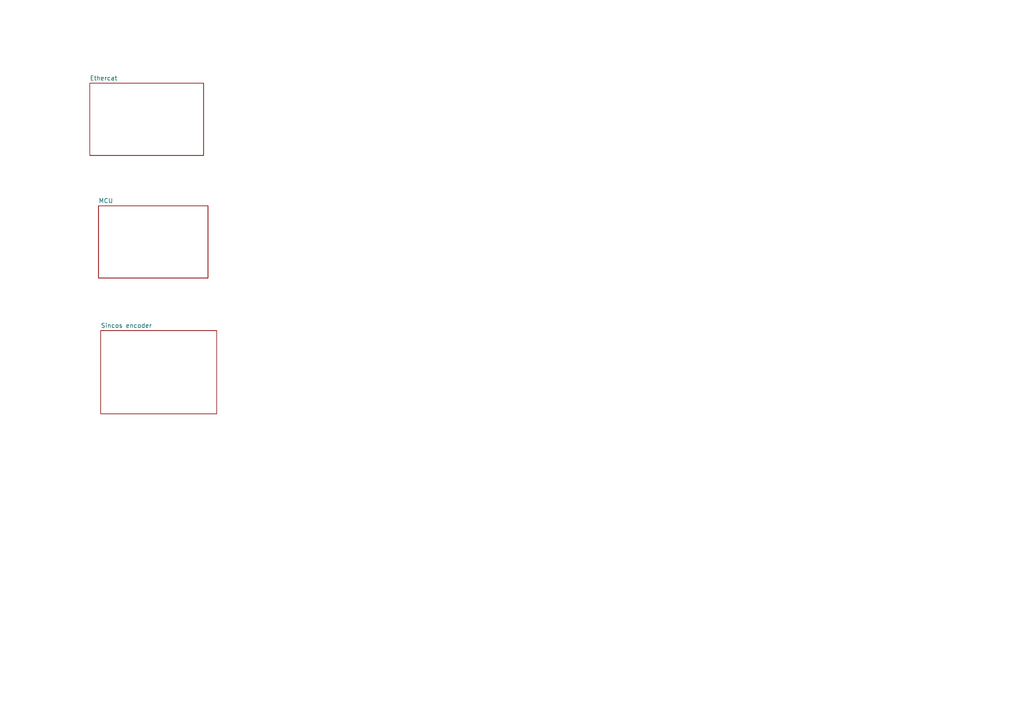
<source format=kicad_sch>
(kicad_sch
	(version 20231120)
	(generator "eeschema")
	(generator_version "8.0")
	(uuid "fabe3684-1e4c-4e11-84a8-df60f783d802")
	(paper "A4")
	(lib_symbols)
	(sheet
		(at 28.575 59.69)
		(size 31.75 20.955)
		(fields_autoplaced yes)
		(stroke
			(width 0.1524)
			(type solid)
		)
		(fill
			(color 0 0 0 0.0000)
		)
		(uuid "1e52d350-eaf0-4b09-bbfd-8a7dda8db78e")
		(property "Sheetname" "MCU"
			(at 28.575 58.9784 0)
			(effects
				(font
					(size 1.27 1.27)
				)
				(justify left bottom)
			)
		)
		(property "Sheetfile" "mcu.kicad_sch"
			(at 28.575 81.2296 0)
			(effects
				(font
					(size 1.27 1.27)
				)
				(justify left top)
				(hide yes)
			)
		)
		(instances
			(project "ethercat-test"
				(path "/fabe3684-1e4c-4e11-84a8-df60f783d802"
					(page "3")
				)
			)
		)
	)
	(sheet
		(at 29.21 95.885)
		(size 33.655 24.13)
		(fields_autoplaced yes)
		(stroke
			(width 0.1524)
			(type solid)
		)
		(fill
			(color 0 0 0 0.0000)
		)
		(uuid "5262fa76-e71c-41c2-ad8d-d096f0d1b0c7")
		(property "Sheetname" "Sincos encoder"
			(at 29.21 95.1734 0)
			(effects
				(font
					(size 1.27 1.27)
				)
				(justify left bottom)
			)
		)
		(property "Sheetfile" "encoder.kicad_sch"
			(at 29.21 120.5996 0)
			(effects
				(font
					(size 1.27 1.27)
				)
				(justify left top)
				(hide yes)
			)
		)
		(instances
			(project "ethercat-test"
				(path "/fabe3684-1e4c-4e11-84a8-df60f783d802"
					(page "4")
				)
			)
		)
	)
	(sheet
		(at 26.035 24.13)
		(size 33.02 20.955)
		(fields_autoplaced yes)
		(stroke
			(width 0.1524)
			(type solid)
		)
		(fill
			(color 0 0 0 0.0000)
		)
		(uuid "e626835d-93e0-48c3-acb5-75435f7342db")
		(property "Sheetname" "Ethercat"
			(at 26.035 23.4184 0)
			(effects
				(font
					(size 1.27 1.27)
				)
				(justify left bottom)
			)
		)
		(property "Sheetfile" "ethercat.kicad_sch"
			(at 26.035 45.6696 0)
			(effects
				(font
					(size 1.27 1.27)
				)
				(justify left top)
				(hide yes)
			)
		)
		(instances
			(project "ethercat-test"
				(path "/fabe3684-1e4c-4e11-84a8-df60f783d802"
					(page "2")
				)
			)
		)
	)
	(sheet_instances
		(path "/"
			(page "1")
		)
	)
)

</source>
